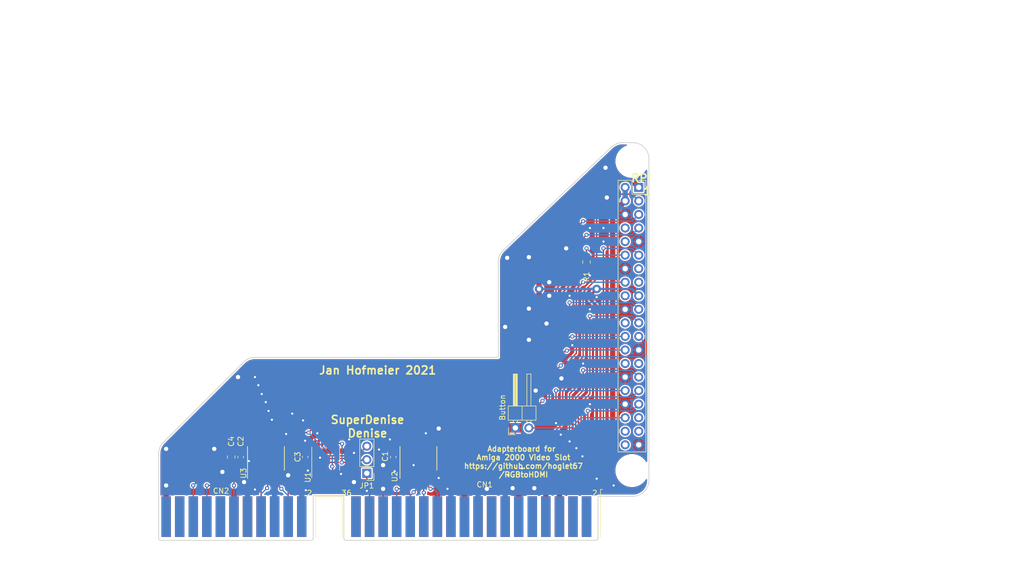
<source format=kicad_pcb>
(kicad_pcb (version 20171130) (host pcbnew 5.1.10-1.fc34)
  (layers (0 F.Cu signal) (31 B.Cu signal) (34 B.Paste user) (35 F.Paste user) (36 B.SilkS user) (37 F.SilkS user) (38 B.Mask user) (39 F.Mask user) (44 Edge.Cuts user))
  (net 0 "")
  (net 1 GND)
  (net 2 +3V3)
  (net 3 +5V)
  (net 4 /PiCLK)
  (net 5 /PiCSYNC)
  (net 6 /PiR3)
  (net 7 /PiR2)
  (net 8 /PiR1)
  (net 9 /PiR0)
  (net 10 /PiG3)
  (net 11 /PiG2)
  (net 12 /PiG1)
  (net 13 /PiG0)
  (net 14 /PiB3)
  (net 15 /PiB2)
  (net 16 /PiB1)
  (net 17 /PiB0)
  (net 18 "Net-(JRaspberryPiZero1-Pad12)")
  (net 19 "Net-(JButton1-Pad2)")
  (net 20 "Net-(JP1-Pad2)")
  (net 21 /CSYNC)
  (net 22 "Net-(JP1-Pad3)")
  (net 23 /R0)
  (net 24 /B0)
  (net 25 /CDAC)
  (net 26 /~C3)
  (net 27 /~C1)
  (net 28 /G0)
  (net 29 /G1)
  (net 30 /G2)
  (net 31 /G3)
  (net 32 /R1)
  (net 33 /B2)
  (net 34 /B1)
  (net 35 /B3)
  (net 36 /R3)
  (net 37 /R2)
  (net 38 "Net-(U1-Pad6)")
  (net 39 "Net-(U1-Pad10)")
  (net 40 "Net-(U1-Pad12)")
  (module amiga-conn:A2000_Video_Slot_Short (layer F.Cu) (at 177.8 133.727)
    (fp_text reference J1)
    (fp_text value A2000_Video_Slot_Phys)
    (fp_text user 2 (at -54.7 -8.475) (layer F.SilkS))
    (fp_text user CN2 (at -71.247 -8.886) (layer F.SilkS))
    (fp_text user 2 (at -1.25 -8.47) (layer F.SilkS))
    (fp_text user 36 (at -47.75 -8.475) (layer F.SilkS))
    (fp_text user CN1 (at -21.87 -10.06) (layer F.SilkS))
    (pad B22 connect rect (at -81.53 -4.06) (size 1.78 7.62) (layers F.Cu F.Mask) (net 1 GND))
    (pad B20 connect rect (at -78.99 -4.06) (size 1.78 7.62) (layers F.Cu F.Mask))
    (pad B18 connect rect (at -76.45 -4.06) (size 1.78 7.62) (layers F.Cu F.Mask))
    (pad B16 connect rect (at -73.91 -4.06) (size 1.78 7.62) (layers F.Cu F.Mask))
    (pad B14 connect rect (at -71.37 -4.06) (size 1.78 7.62) (layers F.Cu F.Mask))
    (pad B12 connect rect (at -68.83 -4.06) (size 1.78 7.62) (layers F.Cu F.Mask) (net 1 GND))
    (pad B10 connect rect (at -66.29 -4.06) (size 1.78 7.62) (layers F.Cu F.Mask) (net 34 /B1))
    (pad B8 connect rect (at -63.75 -4.06) (size 1.78 7.62) (layers F.Cu F.Mask) (net 30 /G2))
    (pad B6 connect rect (at -61.21 -4.06) (size 1.78 7.62) (layers F.Cu F.Mask) (net 28 /G0))
    (pad B4 connect rect (at -58.67 -4.06) (size 1.78 7.62) (layers F.Cu F.Mask) (net 37 /R2))
    (pad B2 connect rect (at -56.13 -4.06) (size 1.78 7.62) (layers F.Cu F.Mask) (net 23 /R0))
    (pad B21 connect rect (at -81.53 -4.06) (size 1.78 7.62) (layers B.Cu B.Mask))
    (pad B19 connect rect (at -78.99 -4.06) (size 1.78 7.62) (layers B.Cu B.Mask))
    (pad B17 connect rect (at -76.45 -4.06) (size 1.78 7.62) (layers B.Cu B.Mask) (net 26 /~C3))
    (pad B15 connect rect (at -73.91 -4.06) (size 1.78 7.62) (layers B.Cu B.Mask) (net 25 /CDAC))
    (pad B13 connect rect (at -71.37 -4.06) (size 1.78 7.62) (layers B.Cu B.Mask))
    (pad B11 connect rect (at -68.83 -4.06) (size 1.78 7.62) (layers B.Cu B.Mask) (net 33 /B2))
    (pad B9 connect rect (at -66.29 -4.06) (size 1.78 7.62) (layers B.Cu B.Mask) (net 1 GND))
    (pad B7 connect rect (at -63.75 -4.06) (size 1.78 7.62) (layers B.Cu B.Mask) (net 29 /G1))
    (pad B5 connect rect (at -61.21 -4.06) (size 1.78 7.62) (layers B.Cu B.Mask) (net 1 GND))
    (pad B3 connect rect (at -58.67 -4.06) (size 1.78 7.62) (layers B.Cu B.Mask) (net 32 /R1))
    (pad B1 connect rect (at -56.13 -4.06) (size 1.78 7.62) (layers B.Cu B.Mask) (net 1 GND))
    (pad A36 connect rect (at -45.97 -4.06) (size 1.78 7.62) (layers F.Cu F.Mask))
    (pad A34 connect rect (at -43.43 -4.06) (size 1.78 7.62) (layers F.Cu F.Mask) (net 27 /~C1))
    (pad A32 connect rect (at -40.89 -4.06) (size 1.78 7.62) (layers F.Cu F.Mask) (net 1 GND))
    (pad A30 connect rect (at -38.35 -4.06) (size 1.78 7.62) (layers F.Cu F.Mask))
    (pad A28 connect rect (at -35.81 -4.06) (size 1.78 7.62) (layers F.Cu F.Mask))
    (pad A26 connect rect (at -33.27 -4.06) (size 1.78 7.62) (layers F.Cu F.Mask))
    (pad A24 connect rect (at -30.73 -4.06) (size 1.78 7.62) (layers F.Cu F.Mask) (net 1 GND))
    (pad A22 connect rect (at -28.19 -4.06) (size 1.78 7.62) (layers F.Cu F.Mask))
    (pad A20 connect rect (at -25.65 -4.06) (size 1.78 7.62) (layers F.Cu F.Mask) (net 1 GND))
    (pad A18 connect rect (at -23.11 -4.06) (size 1.78 7.62) (layers F.Cu F.Mask))
    (pad A16 connect rect (at -20.57 -4.06) (size 1.78 7.62) (layers F.Cu F.Mask))
    (pad A14 connect rect (at -18.03 -4.06) (size 1.78 7.62) (layers F.Cu F.Mask) (net 21 /CSYNC))
    (pad A12 connect rect (at -15.49 -4.06) (size 1.78 7.62) (layers F.Cu F.Mask) (net 1 GND))
    (pad A10 connect rect (at -12.95 -4.06) (size 1.78 7.62) (layers F.Cu F.Mask))
    (pad A8 connect rect (at -10.41 -4.06) (size 1.78 7.62) (layers F.Cu F.Mask) (net 3 +5V))
    (pad A6 connect rect (at -7.87 -4.06) (size 1.78 7.62) (layers F.Cu F.Mask) (net 3 +5V))
    (pad A4 connect rect (at -5.33 -4.06) (size 1.78 7.62) (layers F.Cu F.Mask))
    (pad A2 connect rect (at -2.79 -4.06) (size 1.78 7.62) (layers F.Cu F.Mask))
    (pad A35 connect rect (at -45.97 -4.06) (size 1.78 7.62) (layers B.Cu B.Mask))
    (pad A33 connect rect (at -43.43 -4.06) (size 1.78 7.62) (layers B.Cu B.Mask))
    (pad A31 connect rect (at -40.89 -4.06) (size 1.78 7.62) (layers B.Cu B.Mask))
    (pad A29 connect rect (at -38.35 -4.06) (size 1.78 7.62) (layers B.Cu B.Mask) (net 36 /R3))
    (pad A27 connect rect (at -35.81 -4.06) (size 1.78 7.62) (layers B.Cu B.Mask) (net 31 /G3))
    (pad A25 connect rect (at -33.27 -4.06) (size 1.78 7.62) (layers B.Cu B.Mask) (net 35 /B3))
    (pad A23 connect rect (at -30.73 -4.06) (size 1.78 7.62) (layers B.Cu B.Mask) (net 24 /B0))
    (pad A21 connect rect (at -28.19 -4.06) (size 1.78 7.62) (layers B.Cu B.Mask) (net 1 GND))
    (pad A19 connect rect (at -25.65 -4.06) (size 1.78 7.62) (layers B.Cu B.Mask))
    (pad A17 connect rect (at -23.11 -4.06) (size 1.78 7.62) (layers B.Cu B.Mask) (net 1 GND))
    (pad A15 connect rect (at -20.57 -4.06) (size 1.78 7.62) (layers B.Cu B.Mask))
    (pad A13 connect rect (at -18.03 -4.06) (size 1.78 7.62) (layers B.Cu B.Mask) (net 1 GND))
    (pad A11 connect rect (at -15.49 -4.06) (size 1.78 7.62) (layers B.Cu B.Mask))
    (pad A9 connect rect (at -12.95 -4.06) (size 1.78 7.62) (layers B.Cu B.Mask))
    (pad A7 connect rect (at -10.41 -4.06) (size 1.78 7.62) (layers B.Cu B.Mask))
    (pad A5 connect rect (at -7.87 -4.06) (size 1.78 7.62) (layers B.Cu B.Mask))
    (pad A3 connect rect (at -5.33 -4.06) (size 1.78 7.62) (layers B.Cu B.Mask))
    (pad A1 connect rect (at -2.79 -4.06) (size 1.78 7.62) (layers B.Cu B.Mask))
  )
  (module Package_SO:TSSOP-14_4.4x5mm_P0.65mm (layer F.Cu) (at 126.156 118.8135 90)
    (fp_text reference U1 (at -3.4875 -3.347 90) (layer F.SilkS))
    (fp_text value 74LVC86)
    (pad 14 smd roundrect (at 2.8625 -1.95 90) (size 1.475 0.4) (layers F.Cu F.Paste F.Mask) (net 2 +3V3))
    (pad 13 smd roundrect (at 2.8625 -1.3 90) (size 1.475 0.4) (layers F.Cu F.Paste F.Mask) (net 2 +3V3))
    (pad 12 smd roundrect (at 2.8625 -0.65 90) (size 1.475 0.4) (layers F.Cu F.Paste F.Mask) (net 40 "Net-(U1-Pad12)"))
    (pad 11 smd roundrect (at 2.8625 0 90) (size 1.475 0.4) (layers F.Cu F.Paste F.Mask) (net 39 "Net-(U1-Pad10)"))
    (pad 10 smd roundrect (at 2.8625 0.65 90) (size 1.475 0.4) (layers F.Cu F.Paste F.Mask) (net 39 "Net-(U1-Pad10)"))
    (pad 9 smd roundrect (at 2.8625 1.3 90) (size 1.475 0.4) (layers F.Cu F.Paste F.Mask) (net 1 GND))
    (pad 8 smd roundrect (at 2.8625 1.95 90) (size 1.475 0.4) (layers F.Cu F.Paste F.Mask) (net 4 /PiCLK))
    (pad 7 smd roundrect (at -2.8625 1.95 90) (size 1.475 0.4) (layers F.Cu F.Paste F.Mask) (net 1 GND))
    (pad 6 smd roundrect (at -2.8625 1.3 90) (size 1.475 0.4) (layers F.Cu F.Paste F.Mask) (net 38 "Net-(U1-Pad6)"))
    (pad 5 smd roundrect (at -2.8625 0.65 90) (size 1.475 0.4) (layers F.Cu F.Paste F.Mask) (net 20 "Net-(JP1-Pad2)"))
    (pad 4 smd roundrect (at -2.8625 0 90) (size 1.475 0.4) (layers F.Cu F.Paste F.Mask) (net 4 /PiCLK))
    (pad 3 smd roundrect (at -2.8625 -0.65 90) (size 1.475 0.4) (layers F.Cu F.Paste F.Mask) (net 22 "Net-(JP1-Pad3)"))
    (pad 2 smd roundrect (at -2.8625 -1.3 90) (size 1.475 0.4) (layers F.Cu F.Paste F.Mask) (net 27 /~C1))
    (pad 1 smd roundrect (at -2.8625 -1.95 90) (size 1.475 0.4) (layers F.Cu F.Paste F.Mask) (net 26 /~C3))
  )
  (module Connector_PinHeader_2.54mm:PinHeader_1x03_P2.54mm_Vertical (layer F.Cu) (at 133.858 121.539 180)
    (fp_text reference JP1 (at 0 -2.33) (layer F.SilkS))
    (fp_text value Jumper_3_Bridged12)
    (pad 3 thru_hole oval (at 0 5.08 180) (size 1.7 1.7) (drill 1) (layers *.Cu *.Mask) (net 22 "Net-(JP1-Pad3)"))
    (pad 2 thru_hole oval (at 0 2.54 180) (size 1.7 1.7) (drill 1) (layers *.Cu *.Mask) (net 20 "Net-(JP1-Pad2)"))
    (pad 1 thru_hole rect (at 0 0 180) (size 1.7 1.7) (drill 1) (layers *.Cu *.Mask) (net 25 /CDAC))
  )
  (module Capacitor_SMD:C_0603_1608Metric_Pad1.05x0.95mm_HandSolder (layer F.Cu) (at 122.301 118.477 270)
    (fp_text reference C3 (at 0 1.397 270) (layer F.SilkS))
    (fp_text value 100nF)
    (pad 2 smd roundrect (at 0.875 0 270) (size 1.05 0.95) (layers F.Cu F.Paste F.Mask) (net 1 GND))
    (pad 1 smd roundrect (at -0.875 0 270) (size 1.05 0.95) (layers F.Cu F.Paste F.Mask) (net 2 +3V3))
  )
  (module lib:MountingHole_2.7mm_M2.5_uHAT_RPi (layer B.Cu) (at 183.515 63.0555 270)
    (fp_text reference H1 hide)
    (fp_text value MountingHole hide)
    (pad "" np_thru_hole circle (at 0 0 270) (size 2.7 2.7) (drill 2.7) (layers *.Cu *.Mask) (clearance 1.75))
  )
  (module Capacitor_SMD:C_0603_1608Metric_Pad1.05x0.95mm_HandSolder (layer F.Cu) (at 110.236 118.505 270)
    (fp_text reference C2 (at -2.935 0 270) (layer F.SilkS))
    (fp_text value 100nF)
    (pad 1 smd roundrect (at -0.875 0 270) (size 1.05 0.95) (layers F.Cu F.Paste F.Mask) (net 2 +3V3))
    (pad 2 smd roundrect (at 0.875 0 270) (size 1.05 0.95) (layers F.Cu F.Paste F.Mask) (net 1 GND))
  )
  (module Capacitor_SMD:C_0603_1608Metric_Pad1.05x0.95mm_HandSolder (layer F.Cu) (at 138.811 118.505 270)
    (fp_text reference C1 (at -0.127 1.524 270) (layer F.SilkS))
    (fp_text value 100nF)
    (pad 2 smd roundrect (at 0.875 0 270) (size 1.05 0.95) (layers F.Cu F.Paste F.Mask) (net 1 GND))
    (pad 1 smd roundrect (at -0.875 0 270) (size 1.05 0.95) (layers F.Cu F.Paste F.Mask) (net 2 +3V3))
  )
  (module Connector_PinSocket_2.54mm:PinSocket_2x20_P2.54mm_Vertical (layer F.Cu) (at 184.785 67.945)
    (fp_text reference JRaspberryPiZero1 hide)
    (fp_text value Conn_02x20_Odd_Even)
    (pad 40 thru_hole oval (at -2.54 48.26) (size 1.7 1.7) (drill 1) (layers *.Cu *.Mask))
    (pad 39 thru_hole oval (at 0 48.26) (size 1.7 1.7) (drill 1) (layers *.Cu *.Mask) (net 1 GND))
    (pad 38 thru_hole oval (at -2.54 45.72) (size 1.7 1.7) (drill 1) (layers *.Cu *.Mask))
    (pad 37 thru_hole oval (at 0 45.72) (size 1.7 1.7) (drill 1) (layers *.Cu *.Mask))
    (pad 36 thru_hole oval (at -2.54 43.18) (size 1.7 1.7) (drill 1) (layers *.Cu *.Mask) (net 19 "Net-(JButton1-Pad2)"))
    (pad 35 thru_hole oval (at 0 43.18) (size 1.7 1.7) (drill 1) (layers *.Cu *.Mask))
    (pad 34 thru_hole oval (at -2.54 40.64) (size 1.7 1.7) (drill 1) (layers *.Cu *.Mask) (net 1 GND))
    (pad 33 thru_hole oval (at 0 40.64) (size 1.7 1.7) (drill 1) (layers *.Cu *.Mask) (net 6 /PiR3))
    (pad 32 thru_hole oval (at -2.54 38.1) (size 1.7 1.7) (drill 1) (layers *.Cu *.Mask) (net 7 /PiR2))
    (pad 31 thru_hole oval (at 0 38.1) (size 1.7 1.7) (drill 1) (layers *.Cu *.Mask) (net 13 /PiG0))
    (pad 30 thru_hole oval (at -2.54 35.56) (size 1.7 1.7) (drill 1) (layers *.Cu *.Mask) (net 1 GND))
    (pad 29 thru_hole oval (at 0 35.56) (size 1.7 1.7) (drill 1) (layers *.Cu *.Mask) (net 14 /PiB3))
    (pad 28 thru_hole oval (at -2.54 33.02) (size 1.7 1.7) (drill 1) (layers *.Cu *.Mask))
    (pad 27 thru_hole oval (at 0 33.02) (size 1.7 1.7) (drill 1) (layers *.Cu *.Mask))
    (pad 26 thru_hole oval (at -2.54 30.48) (size 1.7 1.7) (drill 1) (layers *.Cu *.Mask) (net 12 /PiG1))
    (pad 25 thru_hole oval (at 0 30.48) (size 1.7 1.7) (drill 1) (layers *.Cu *.Mask) (net 1 GND))
    (pad 24 thru_hole oval (at -2.54 27.94) (size 1.7 1.7) (drill 1) (layers *.Cu *.Mask) (net 11 /PiG2))
    (pad 23 thru_hole oval (at 0 27.94) (size 1.7 1.7) (drill 1) (layers *.Cu *.Mask) (net 8 /PiR1))
    (pad 22 thru_hole oval (at -2.54 25.4) (size 1.7 1.7) (drill 1) (layers *.Cu *.Mask))
    (pad 21 thru_hole oval (at 0 25.4) (size 1.7 1.7) (drill 1) (layers *.Cu *.Mask) (net 10 /PiG3))
    (pad 20 thru_hole oval (at -2.54 22.86) (size 1.7 1.7) (drill 1) (layers *.Cu *.Mask) (net 1 GND))
    (pad 19 thru_hole oval (at 0 22.86) (size 1.7 1.7) (drill 1) (layers *.Cu *.Mask) (net 9 /PiR0))
    (pad 18 thru_hole oval (at -2.54 20.32) (size 1.7 1.7) (drill 1) (layers *.Cu *.Mask))
    (pad 17 thru_hole oval (at 0 20.32) (size 1.7 1.7) (drill 1) (layers *.Cu *.Mask) (net 2 +3V3))
    (pad 16 thru_hole oval (at -2.54 17.78) (size 1.7 1.7) (drill 1) (layers *.Cu *.Mask) (net 5 /PiCSYNC))
    (pad 15 thru_hole oval (at 0 17.78) (size 1.7 1.7) (drill 1) (layers *.Cu *.Mask))
    (pad 14 thru_hole oval (at -2.54 15.24) (size 1.7 1.7) (drill 1) (layers *.Cu *.Mask) (net 1 GND))
    (pad 13 thru_hole oval (at 0 15.24) (size 1.7 1.7) (drill 1) (layers *.Cu *.Mask))
    (pad 12 thru_hole oval (at -2.54 12.7) (size 1.7 1.7) (drill 1) (layers *.Cu *.Mask) (net 18 "Net-(JRaspberryPiZero1-Pad12)"))
    (pad 11 thru_hole oval (at 0 12.7) (size 1.7 1.7) (drill 1) (layers *.Cu *.Mask) (net 4 /PiCLK))
    (pad 10 thru_hole oval (at -2.54 10.16) (size 1.7 1.7) (drill 1) (layers *.Cu *.Mask))
    (pad 9 thru_hole oval (at 0 10.16) (size 1.7 1.7) (drill 1) (layers *.Cu *.Mask) (net 1 GND))
    (pad 8 thru_hole oval (at -2.54 7.62) (size 1.7 1.7) (drill 1) (layers *.Cu *.Mask))
    (pad 7 thru_hole oval (at 0 7.62) (size 1.7 1.7) (drill 1) (layers *.Cu *.Mask) (net 15 /PiB2))
    (pad 6 thru_hole oval (at -2.54 5.08) (size 1.7 1.7) (drill 1) (layers *.Cu *.Mask) (net 1 GND))
    (pad 5 thru_hole oval (at 0 5.08) (size 1.7 1.7) (drill 1) (layers *.Cu *.Mask) (net 16 /PiB1))
    (pad 4 thru_hole oval (at -2.54 2.54) (size 1.7 1.7) (drill 1) (layers *.Cu *.Mask) (net 3 +5V))
    (pad 3 thru_hole oval (at 0 2.54) (size 1.7 1.7) (drill 1) (layers *.Cu *.Mask) (net 17 /PiB0))
    (pad 2 thru_hole oval (at -2.54 0) (size 1.7 1.7) (drill 1) (layers *.Cu *.Mask) (net 3 +5V))
    (pad 1 thru_hole rect (at 0 0) (size 1.7 1.7) (drill 1) (layers *.Cu *.Mask) (net 2 +3V3))
  )
  (module lib:MountingHole_2.7mm_M2.5_uHAT_RPi (layer B.Cu) (at 183.515 121.031 270)
    (fp_text reference H2 hide)
    (fp_text value MountingHole hide)
    (pad "" np_thru_hole circle (at 0 0 270) (size 2.7 2.7) (drill 2.7) (layers *.Cu *.Mask) (clearance 1.75))
  )
  (module Resistor_SMD:R_0805_2012Metric_Pad1.15x1.40mm_HandSolder (layer F.Cu) (at 175.006 81.915 270)
    (fp_text reference R1 (at 2.785 0 270) (layer F.SilkS))
    (fp_text value 3k3)
    (pad 1 smd roundrect (at -1.025 0 270) (size 1.15 1.4) (layers F.Cu F.Paste F.Mask) (roundrect_rratio 0.2173904347826087) (net 18 "Net-(JRaspberryPiZero1-Pad12)"))
    (pad 2 smd roundrect (at 1.025 0 270) (size 1.15 1.4) (layers F.Cu F.Paste F.Mask) (roundrect_rratio 0.2173904347826087) (net 1 GND))
  )
  (module Connector_PinHeader_2.54mm:PinHeader_1x02_P2.54mm_Horizontal (layer F.Cu) (at 161.671 113.03 90)
    (fp_text reference JButton1 hide)
    (fp_text value Conn_01x02)
    (pad 2 thru_hole oval (at 0 2.54 90) (size 1.7 1.7) (drill 1) (layers *.Cu *.Mask) (net 19 "Net-(JButton1-Pad2)"))
    (pad 1 thru_hole rect (at 0 0 90) (size 1.7 1.7) (drill 1) (layers *.Cu *.Mask) (net 1 GND))
  )
  (module Capacitor_SMD:C_0805_2012Metric_Pad1.15x1.40mm_HandSolder (layer F.Cu) (at 108.458 118.491 270)
    (fp_text reference C4 (at -2.921 0 270) (layer F.SilkS))
    (fp_text value 1uF)
    (pad 1 smd roundrect (at -1.025 0 270) (size 1.15 1.4) (layers F.Cu F.Paste F.Mask) (roundrect_rratio 0.2173904347826087) (net 2 +3V3))
    (pad 2 smd roundrect (at 1.025 0 270) (size 1.15 1.4) (layers F.Cu F.Paste F.Mask) (roundrect_rratio 0.2173904347826087) (net 1 GND))
  )
  (module Package_SO:TSSOP-20_4.4x6.5mm_P0.65mm (layer F.Cu) (at 143.521 118.745 90)
    (fp_text reference U2 (at -3.429 -4.445 90) (layer F.SilkS))
    (fp_text value 74LVC574)
    (pad 20 smd rect (at 2.95 -2.925 90) (size 1.45 0.45) (layers F.Cu F.Paste F.Mask) (net 2 +3V3))
    (pad 19 smd rect (at 2.95 -2.275 90) (size 1.45 0.45) (layers F.Cu F.Paste F.Mask) (net 40 "Net-(U1-Pad12)"))
    (pad 18 smd rect (at 2.95 -1.625 90) (size 1.45 0.45) (layers F.Cu F.Paste F.Mask))
    (pad 17 smd rect (at 2.95 -0.975 90) (size 1.45 0.45) (layers F.Cu F.Paste F.Mask))
    (pad 16 smd rect (at 2.95 -0.325 90) (size 1.45 0.45) (layers F.Cu F.Paste F.Mask) (net 6 /PiR3))
    (pad 15 smd rect (at 2.95 0.325 90) (size 1.45 0.45) (layers F.Cu F.Paste F.Mask) (net 10 /PiG3))
    (pad 14 smd rect (at 2.95 0.975 90) (size 1.45 0.45) (layers F.Cu F.Paste F.Mask) (net 14 /PiB3))
    (pad 13 smd rect (at 2.95 1.625 90) (size 1.45 0.45) (layers F.Cu F.Paste F.Mask) (net 17 /PiB0))
    (pad 12 smd rect (at 2.95 2.275 90) (size 1.45 0.45) (layers F.Cu F.Paste F.Mask) (net 5 /PiCSYNC))
    (pad 11 smd rect (at 2.95 2.925 90) (size 1.45 0.45) (layers F.Cu F.Paste F.Mask) (net 38 "Net-(U1-Pad6)"))
    (pad 10 smd rect (at -2.95 2.925 90) (size 1.45 0.45) (layers F.Cu F.Paste F.Mask) (net 1 GND))
    (pad 9 smd rect (at -2.95 2.275 90) (size 1.45 0.45) (layers F.Cu F.Paste F.Mask) (net 21 /CSYNC))
    (pad 8 smd rect (at -2.95 1.625 90) (size 1.45 0.45) (layers F.Cu F.Paste F.Mask) (net 24 /B0))
    (pad 7 smd rect (at -2.95 0.975 90) (size 1.45 0.45) (layers F.Cu F.Paste F.Mask) (net 35 /B3))
    (pad 6 smd rect (at -2.95 0.325 90) (size 1.45 0.45) (layers F.Cu F.Paste F.Mask) (net 31 /G3))
    (pad 5 smd rect (at -2.95 -0.325 90) (size 1.45 0.45) (layers F.Cu F.Paste F.Mask) (net 36 /R3))
    (pad 4 smd rect (at -2.95 -0.975 90) (size 1.45 0.45) (layers F.Cu F.Paste F.Mask) (net 1 GND))
    (pad 3 smd rect (at -2.95 -1.625 90) (size 1.45 0.45) (layers F.Cu F.Paste F.Mask) (net 1 GND))
    (pad 2 smd rect (at -2.95 -2.275 90) (size 1.45 0.45) (layers F.Cu F.Paste F.Mask) (net 4 /PiCLK))
    (pad 1 smd rect (at -2.95 -2.925 90) (size 1.45 0.45) (layers F.Cu F.Paste F.Mask) (net 1 GND))
  )
  (module Package_SO:TSSOP-20_4.4x6.5mm_P0.65mm (layer F.Cu) (at 114.961 118.745 90)
    (fp_text reference U3 (at -2.794 -4.191 90) (layer F.SilkS))
    (fp_text value 74LVC574)
    (pad 20 smd rect (at 2.95 -2.925 90) (size 1.45 0.45) (layers F.Cu F.Paste F.Mask) (net 2 +3V3))
    (pad 19 smd rect (at 2.95 -2.275 90) (size 1.45 0.45) (layers F.Cu F.Paste F.Mask) (net 16 /PiB1))
    (pad 18 smd rect (at 2.95 -1.625 90) (size 1.45 0.45) (layers F.Cu F.Paste F.Mask) (net 15 /PiB2))
    (pad 17 smd rect (at 2.95 -0.975 90) (size 1.45 0.45) (layers F.Cu F.Paste F.Mask) (net 9 /PiR0))
    (pad 16 smd rect (at 2.95 -0.325 90) (size 1.45 0.45) (layers F.Cu F.Paste F.Mask) (net 11 /PiG2))
    (pad 15 smd rect (at 2.95 0.325 90) (size 1.45 0.45) (layers F.Cu F.Paste F.Mask) (net 12 /PiG1))
    (pad 14 smd rect (at 2.95 0.975 90) (size 1.45 0.45) (layers F.Cu F.Paste F.Mask) (net 13 /PiG0))
    (pad 13 smd rect (at 2.95 1.625 90) (size 1.45 0.45) (layers F.Cu F.Paste F.Mask) (net 8 /PiR1))
    (pad 12 smd rect (at 2.95 2.275 90) (size 1.45 0.45) (layers F.Cu F.Paste F.Mask) (net 7 /PiR2))
    (pad 11 smd rect (at 2.95 2.925 90) (size 1.45 0.45) (layers F.Cu F.Paste F.Mask) (net 38 "Net-(U1-Pad6)"))
    (pad 10 smd rect (at -2.95 2.925 90) (size 1.45 0.45) (layers F.Cu F.Paste F.Mask) (net 1 GND))
    (pad 9 smd rect (at -2.95 2.275 90) (size 1.45 0.45) (layers F.Cu F.Paste F.Mask) (net 37 /R2))
    (pad 8 smd rect (at -2.95 1.625 90) (size 1.45 0.45) (layers F.Cu F.Paste F.Mask) (net 32 /R1))
    (pad 7 smd rect (at -2.95 0.975 90) (size 1.45 0.45) (layers F.Cu F.Paste F.Mask) (net 28 /G0))
    (pad 6 smd rect (at -2.95 0.325 90) (size 1.45 0.45) (layers F.Cu F.Paste F.Mask) (net 29 /G1))
    (pad 5 smd rect (at -2.95 -0.325 90) (size 1.45 0.45) (layers F.Cu F.Paste F.Mask) (net 30 /G2))
    (pad 4 smd rect (at -2.95 -0.975 90) (size 1.45 0.45) (layers F.Cu F.Paste F.Mask) (net 23 /R0))
    (pad 3 smd rect (at -2.95 -1.625 90) (size 1.45 0.45) (layers F.Cu F.Paste F.Mask) (net 33 /B2))
    (pad 2 smd rect (at -2.95 -2.275 90) (size 1.45 0.45) (layers F.Cu F.Paste F.Mask) (net 34 /B1))
    (pad 1 smd rect (at -2.95 -2.925 90) (size 1.45 0.45) (layers F.Cu F.Paste F.Mask) (net 1 GND))
  )
  (gr_text "Jan Hofmeier 2021" (at 135.89 102.235) (layer F.SilkS) (effects (font (size 1.5 1.5) (thickness 0.3))))
  (gr_text Button (at 159.258 109.22 90) (layer F.SilkS) (effects (font (size 1 1))))
  (gr_arc (start 123.444 133.731) (end 123.444 134.112) (angle -90) (layer Edge.Cuts) (width 0.15))
  (gr_arc (start 95.25 133.731) (end 94.869 133.731) (angle -90) (layer Edge.Cuts) (width 0.15))
  (gr_arc (start 129.921 133.731) (end 129.54 133.731) (angle -90) (layer Edge.Cuts) (width 0.15))
  (gr_arc (start 176.784 133.731) (end 176.784 134.112) (angle -90) (layer Edge.Cuts) (width 0.15))
  (gr_arc (start 181.737 62.563) (end 181.737 59.563) (angle -45.64404721) (layer Edge.Cuts) (width 0.15))
  (gr_arc (start 112.903 102.822) (end 112.903 99.822) (angle -48.9683695) (layer Edge.Cuts) (width 0.15))
  (gr_arc (start 97.869 117.856) (end 94.869 117.856) (angle 48.9683695) (layer Edge.Cuts) (width 0.15))
  (gr_arc (start 161.483485 81.894407) (end 158.483485 81.894407) (angle 48.9683695) (layer Edge.Cuts) (width 0.15))
  (gr_arc (start 183.69 122.857) (end 186.69 122.857) (angle 90) (layer Edge.Cuts) (width 0.15))
  (gr_arc (start 183.69 62.563) (end 183.69 59.563) (angle 90) (layer Edge.Cuts) (width 0.15))
  (gr_line (start 110.639958 100.852573) (end 95.899573 115.592958) (layer Edge.Cuts) (width 0.15))
  (gr_line (start 179.591969 60.465658) (end 159.514058 79.631365) (layer Edge.Cuts) (width 0.15))
  (gr_line (start 94.869 133.731) (end 94.869 117.856) (layer Edge.Cuts) (width 0.15))
  (gr_line (start 158.496 99.822) (end 158.483485 81.894407) (layer Edge.Cuts) (width 0.15))
  (gr_line (start 95.25 134.112) (end 123.444 134.112) (layer Edge.Cuts) (width 0.15))
  (gr_line (start 177.165 133.731) (end 177.165 125.857) (layer Edge.Cuts) (width 0.15))
  (gr_line (start 129.921 134.112) (end 176.784 134.112) (layer Edge.Cuts) (width 0.15))
  (gr_line (start 181.737 59.563) (end 183.69 59.563) (layer Edge.Cuts) (width 0.15))
  (gr_line (start 186.69 122.857) (end 186.69 62.563) (layer Edge.Cuts) (width 0.15))
  (gr_line (start 177.165 125.857) (end 183.69 125.857) (layer Edge.Cuts) (width 0.15))
  (gr_line (start 158.496 99.822) (end 112.903 99.822) (layer Edge.Cuts) (width 0.15))
  (gr_text "Adapterboard for \nAmiga 2000 Video Slot\nhttps://github.com/hoglet67\n/RGBtoHDMI" (at 163.195 119.38) (layer F.SilkS) (effects (font (size 1 1) (thickness 0.2))))
  (gr_text "RPi\n1" (at 187.325 67.437) (layer F.SilkS) (effects (font (size 1.5 1.5) (thickness 0.3)) (justify right)))
  (gr_line (start 123.825 133.731) (end 123.825 125.73) (layer Edge.Cuts) (width 0.15))
  (gr_line (start 123.825 125.73) (end 129.54 125.73) (layer Edge.Cuts) (width 0.15))
  (gr_line (start 129.54 125.73) (end 129.54 133.731) (layer Edge.Cuts) (width 0.15))
  (gr_text SuperDenise (at 133.985 111.506) (layer F.SilkS) (effects (font (size 1.5 1.5) (thickness 0.3))))
  (gr_text Denise (at 133.985 114.046) (layer F.SilkS) (effects (font (size 1.5 1.5) (thickness 0.3))))
  (via (at 147.32 113.157) (size 1.6) (drill 0.8) (layers F.Cu B.Cu) (net 1))
  (via (at 178.816 69.85) (size 1.6) (drill 0.8) (layers F.Cu B.Cu) (net 1))
  (segment (start 162.31 129.667) (end 162.31 125.099) (width 1) (layer F.Cu) (net 1))
  (segment (start 136.91 125.688) (end 136.91 129.667) (width 0.25) (layer F.Cu) (net 1))
  (via (at 142.621 120.015) (size 0.8) (drill 0.4) (layers F.Cu B.Cu) (net 1))
  (via (at 148.971 124.46) (size 0.8) (drill 0.4) (layers F.Cu B.Cu) (net 1))
  (via (at 147.32 122.428) (size 0.8) (drill 0.4) (layers F.Cu B.Cu) (net 1))
  (via (at 171.831 115.57) (size 0.8) (drill 0.4) (layers F.Cu B.Cu) (net 1))
  (via (at 173.101 116.84) (size 0.8) (drill 0.4) (layers F.Cu B.Cu) (net 1))
  (via (at 176.911 122.555) (size 0.8) (drill 0.4) (layers F.Cu B.Cu) (net 1))
  (via (at 180.086 123.825) (size 0.8) (drill 0.4) (layers F.Cu B.Cu) (net 1))
  (via (at 160.401 121.92) (size 0.8) (drill 0.4) (layers F.Cu B.Cu) (net 1))
  (via (at 162.941 120.65) (size 0.8) (drill 0.4) (layers F.Cu B.Cu) (net 1))
  (via (at 178.181 75.565) (size 0.8) (drill 0.4) (layers F.Cu B.Cu) (net 1))
  (via (at 175.641 75.565) (size 0.8) (drill 0.4) (layers F.Cu B.Cu) (net 1))
  (via (at 178.181 78.105) (size 0.8) (drill 0.4) (layers F.Cu B.Cu) (net 1))
  (via (at 171.831 88.265) (size 0.8) (drill 0.4) (layers F.Cu B.Cu) (net 1))
  (via (at 175.641 90.805) (size 0.8) (drill 0.4) (layers F.Cu B.Cu) (net 1))
  (via (at 178.562 64.262) (size 1.6) (drill 0.8) (layers F.Cu B.Cu) (net 1))
  (via (at 171.196 79.375) (size 1.6) (drill 0.8) (layers F.Cu B.Cu) (net 1))
  (via (at 167.513 93.472) (size 1.6) (drill 0.8) (layers F.Cu B.Cu) (net 1))
  (via (at 169.291 112.141) (size 0.8) (drill 0.4) (layers F.Cu B.Cu) (net 1))
  (via (at 174.371 100.965) (size 0.8) (drill 0.4) (layers F.Cu B.Cu) (net 1))
  (via (at 172.339 97.536) (size 0.8) (drill 0.4) (layers F.Cu B.Cu) (net 1))
  (via (at 175.641 108.585) (size 0.8) (drill 0.4) (layers F.Cu B.Cu) (net 1))
  (via (at 168.021 88.265) (size 1.6) (drill 0.8) (layers F.Cu B.Cu) (net 1))
  (via (at 168.021 85.725) (size 1.6) (drill 0.8) (layers F.Cu B.Cu) (net 1))
  (via (at 176.911 88.519) (size 0.8) (drill 0.4) (layers F.Cu B.Cu) (net 1))
  (via (at 175.641 84.455) (size 0.8) (drill 0.4) (layers F.Cu B.Cu) (net 1))
  (segment (start 152.15 129.667) (end 152.15 124.464) (width 1) (layer F.Cu) (net 1))
  (segment (start 147.07 129.667) (end 147.07 125.095) (width 1) (layer F.Cu) (net 1))
  (segment (start 96.27 129.667) (end 96.266 123.825) (width 1) (layer F.Cu) (net 1))
  (segment (start 108.97 129.667) (end 108.97 125.099) (width 1) (layer F.Cu) (net 1))
  (segment (start 116.59 129.667) (end 116.59 124.464) (width 1) (layer B.Cu) (net 1))
  (segment (start 111.51 129.667) (end 111.51 124.464) (width 1) (layer B.Cu) (net 1))
  (segment (start 149.61 125.099) (end 148.971 124.46) (width 0.25) (layer B.Cu) (net 1))
  (segment (start 149.61 129.667) (end 149.61 125.099) (width 1) (layer B.Cu) (net 1))
  (segment (start 154.69 129.667) (end 154.69 124.464) (width 1) (layer B.Cu) (net 1))
  (segment (start 159.77 125.607) (end 159.77 129.667) (width 0.25) (layer B.Cu) (net 1))
  (segment (start 159.77 129.667) (end 159.77 124.464) (width 1) (layer B.Cu) (net 1))
  (segment (start 96.266 123.825) (end 96.27 123.829) (width 1) (layer F.Cu) (net 1))
  (via (at 96.266 123.825) (size 1.6) (drill 0.8) (layers F.Cu B.Cu) (net 1))
  (segment (start 121.67 124.464) (end 119.761 122.555) (width 1) (layer B.Cu) (net 1))
  (segment (start 121.67 129.667) (end 121.67 124.464) (width 1) (layer B.Cu) (net 1))
  (segment (start 119.761 122.555) (end 119.761 122.555) (width 1) (layer B.Cu) (net 1))
  (via (at 119.126 121.92) (size 1.6) (drill 0.8) (layers F.Cu B.Cu) (net 1))
  (via (at 110.871 123.19) (size 1.6) (drill 0.8) (layers F.Cu B.Cu) (net 1))
  (via (at 125.095 118.618) (size 0.8) (drill 0.4) (layers F.Cu B.Cu) (net 1))
  (via (at 122.301 115.443) (size 0.8) (drill 0.4) (layers F.Cu B.Cu) (net 1))
  (via (at 122.809 121.031) (size 0.8) (drill 0.4) (layers F.Cu B.Cu) (net 1))
  (via (at 129.032 121.666) (size 0.8) (drill 0.4) (layers F.Cu B.Cu) (net 1))
  (via (at 131.445 117.729) (size 0.8) (drill 0.4) (layers F.Cu B.Cu) (net 1))
  (via (at 130.556 115.189) (size 0.8) (drill 0.4) (layers F.Cu B.Cu) (net 1))
  (via (at 111.76 119.253) (size 0.8) (drill 0.4) (layers F.Cu B.Cu) (net 1))
  (via (at 106.807 121.285) (size 1.6) (drill 0.8) (layers F.Cu B.Cu) (net 1))
  (via (at 159.766 94.107) (size 1.6) (drill 0.8) (layers F.Cu B.Cu) (net 1))
  (via (at 165.227 124.333) (size 1.6) (drill 0.8) (layers F.Cu B.Cu) (net 1))
  (via (at 161.163 124.333) (size 1.6) (drill 0.8) (layers F.Cu B.Cu) (net 1))
  (via (at 160.147 81.153) (size 1.6) (drill 0.8) (layers F.Cu B.Cu) (net 1))
  (via (at 164.211 90.678) (size 1.6) (drill 0.8) (layers F.Cu B.Cu) (net 1))
  (via (at 164.211 81.026) (size 1.6) (drill 0.8) (layers F.Cu B.Cu) (net 1))
  (via (at 164.211 96.52) (size 1.6) (drill 0.8) (layers F.Cu B.Cu) (net 1))
  (via (at 170.307 103.759) (size 1.6) (drill 0.8) (layers F.Cu B.Cu) (net 1))
  (via (at 165.481 106.045) (size 1.6) (drill 0.8) (layers F.Cu B.Cu) (net 1))
  (via (at 118.745 114.173) (size 0.8) (drill 0.4) (layers F.Cu B.Cu) (net 1))
  (via (at 112.903 103.505) (size 0.8) (drill 0.4) (layers F.Cu B.Cu) (net 1))
  (via (at 113.538 105.029) (size 0.8) (drill 0.4) (layers F.Cu B.Cu) (net 1))
  (via (at 114.173 106.68) (size 0.8) (drill 0.4) (layers F.Cu B.Cu) (net 1))
  (via (at 114.935 108.204) (size 0.8) (drill 0.4) (layers F.Cu B.Cu) (net 1))
  (via (at 115.443 109.855) (size 0.8) (drill 0.4) (layers F.Cu B.Cu) (net 1))
  (via (at 116.078 111.506) (size 0.8) (drill 0.4) (layers F.Cu B.Cu) (net 1))
  (via (at 121.92 111.633) (size 0.8) (drill 0.4) (layers F.Cu B.Cu) (net 1))
  (via (at 119.888 110.363) (size 0.8) (drill 0.4) (layers F.Cu B.Cu) (net 1))
  (via (at 144.907 114.046) (size 0.8) (drill 0.4) (layers F.Cu B.Cu) (net 1))
  (via (at 139.065 121.158) (size 0.8) (drill 0.4) (layers F.Cu B.Cu) (net 1))
  (via (at 124.587 114.046) (size 0.8) (drill 0.4) (layers F.Cu B.Cu) (net 1))
  (via (at 138.176 115.189) (size 0.8) (drill 0.4) (layers F.Cu B.Cu) (net 1))
  (via (at 136.144 117.094) (size 0.8) (drill 0.4) (layers F.Cu B.Cu) (net 1))
  (via (at 96.266 116.967) (size 1.6) (drill 0.8) (layers F.Cu B.Cu) (net 1))
  (via (at 109.728 103.505) (size 1.6) (drill 0.8) (layers F.Cu B.Cu) (net 1))
  (via (at 131.445 123.19) (size 1.6) (drill 0.8) (layers F.Cu B.Cu) (net 1))
  (via (at 122.428 124.714) (size 0.8) (drill 0.4) (layers F.Cu B.Cu) (net 1))
  (via (at 133.858 124.841) (size 0.8) (drill 0.4) (layers F.Cu B.Cu) (net 1))
  (via (at 112.903 124.587) (size 0.8) (drill 0.4) (layers F.Cu B.Cu) (net 1))
  (via (at 136.906 124.46) (size 1.6) (drill 0.8) (layers F.Cu B.Cu) (net 1))
  (via (at 136.906 120.015) (size 1.6) (drill 0.8) (layers F.Cu B.Cu) (net 1))
  (via (at 105.283 116.967) (size 1.6) (drill 0.8) (layers F.Cu B.Cu) (net 1))
  (via (at 170.179996 114.3) (size 0.8) (drill 0.4) (layers F.Cu B.Cu) (net 1))
  (via (at 174.244 118.364) (size 0.8) (drill 0.4) (layers F.Cu B.Cu) (net 1))
  (via (at 156.337 124.46) (size 1.6) (drill 0.8) (layers F.Cu B.Cu) (net 1))
  (segment (start 184.785 88.265) (end 183.515 86.995) (width 0.5) (layer B.Cu) (net 2))
  (segment (start 183.515 86.995) (end 176.911 86.995) (width 0.4) (layer B.Cu) (net 2))
  (via (at 176.911 86.995) (size 1.6) (drill 0.8) (layers F.Cu B.Cu) (net 2))
  (segment (start 144.907 119.761) (end 142.776 117.63) (width 1) (layer F.Cu) (net 2))
  (segment (start 142.776 117.63) (end 140.434 117.63) (width 1) (layer F.Cu) (net 2))
  (segment (start 124.206 117.475) (end 124.051 117.63) (width 0.25) (layer F.Cu) (net 2))
  (segment (start 123.952 117.63) (end 112.797 117.63) (width 1) (layer F.Cu) (net 2))
  (segment (start 112.042 117.63) (end 112.896 117.63) (width 1) (layer F.Cu) (net 2))
  (segment (start 124.206 115.951) (end 124.206 117.475) (width 0.5) (layer F.Cu) (net 2))
  (segment (start 124.206 115.951) (end 124.856 115.951) (width 0.25) (layer F.Cu) (net 2))
  (segment (start 109.936 117.33) (end 110.236 117.63) (width 0.25) (layer F.Cu) (net 2))
  (segment (start 112.036 117.624) (end 112.042 117.63) (width 0.25) (layer F.Cu) (net 2))
  (segment (start 110.236 117.63) (end 112.042 117.63) (width 1) (layer F.Cu) (net 2))
  (segment (start 108.622 117.63) (end 108.458 117.466) (width 1) (layer F.Cu) (net 2))
  (segment (start 110.236 117.63) (end 108.622 117.63) (width 1) (layer F.Cu) (net 2))
  (segment (start 176.911 86.995) (end 166.116 86.995) (width 0.5) (layer B.Cu) (net 2))
  (segment (start 112.036 117.624) (end 112.010999 117.598999) (width 0.5) (layer F.Cu) (net 2))
  (segment (start 136.116 114.935) (end 132.715 114.935) (width 0.5) (layer F.Cu) (net 2))
  (segment (start 140.596 115.795) (end 140.596 117.468) (width 0.4) (layer F.Cu) (net 2))
  (segment (start 140.596 117.468) (end 140.434 117.63) (width 0.25) (layer F.Cu) (net 2))
  (segment (start 140.434 117.63) (end 138.811 117.63) (width 1) (layer F.Cu) (net 2))
  (segment (start 166.116 86.995) (end 166.116 86.995) (width 1) (layer F.Cu) (net 2))
  (via (at 166.116 86.995) (size 1.6) (drill 0.8) (layers F.Cu B.Cu) (net 2))
  (segment (start 111.76 117.348) (end 111.76 102.749002) (width 1) (layer F.Cu) (net 2))
  (segment (start 166.116 91.694) (end 166.116 86.995) (width 1) (layer F.Cu) (net 2))
  (segment (start 159.258 101.473) (end 161.798 98.933) (width 1) (layer F.Cu) (net 2))
  (segment (start 113.03 101.473) (end 159.258 101.473) (width 1) (layer F.Cu) (net 2))
  (segment (start 161.798 98.933) (end 161.798 96.012) (width 1) (layer F.Cu) (net 2))
  (segment (start 111.802999 102.700001) (end 113.03 101.473) (width 1) (layer F.Cu) (net 2))
  (segment (start 161.798 96.012) (end 166.116 91.694) (width 1) (layer F.Cu) (net 2))
  (segment (start 142.776 117.63) (end 141.958 117.63) (width 1) (layer F.Cu) (net 2))
  (segment (start 124.29249 117.38851) (end 124.206 117.475) (width 1) (layer F.Cu) (net 2))
  (segment (start 129.97949 117.38851) (end 124.29249 117.38851) (width 1) (layer F.Cu) (net 2))
  (segment (start 148.209 120.65) (end 147.574 120.015) (width 0.5) (layer F.Cu) (net 2))
  (segment (start 161.036 120.65) (end 148.209 120.65) (width 0.5) (layer F.Cu) (net 2))
  (segment (start 145.161 120.015) (end 144.907 119.761) (width 0.5) (layer F.Cu) (net 2))
  (segment (start 162.306 121.92) (end 161.036 120.65) (width 0.5) (layer F.Cu) (net 2))
  (segment (start 163.576 121.92) (end 162.306 121.92) (width 0.5) (layer F.Cu) (net 2))
  (segment (start 164.846 120.65) (end 163.576 121.92) (width 0.5) (layer F.Cu) (net 2))
  (segment (start 175.006 120.65) (end 164.846 120.65) (width 0.5) (layer F.Cu) (net 2))
  (segment (start 176.911 118.745) (end 175.006 120.65) (width 0.5) (layer F.Cu) (net 2))
  (segment (start 176.911 90.17) (end 176.911 118.745) (width 0.5) (layer F.Cu) (net 2))
  (segment (start 175.641 88.9) (end 176.911 90.17) (width 0.5) (layer F.Cu) (net 2))
  (segment (start 175.641 88.265) (end 175.641 88.9) (width 0.5) (layer F.Cu) (net 2))
  (segment (start 147.574 120.015) (end 145.161 120.015) (width 0.5) (layer F.Cu) (net 2))
  (segment (start 176.911 86.995) (end 175.641 88.265) (width 0.5) (layer F.Cu) (net 2))
  (segment (start 166.116 80.137) (end 166.116 86.995) (width 1) (layer F.Cu) (net 2))
  (segment (start 179.832 66.421) (end 166.116 80.137) (width 1) (layer F.Cu) (net 2))
  (segment (start 181.864 66.421) (end 179.832 66.421) (width 1) (layer F.Cu) (net 2))
  (segment (start 185.039 68.199) (end 183.515 66.675) (width 1) (layer F.Cu) (net 2))
  (segment (start 181.774498 66.421) (end 180.721 66.421) (width 0.7) (layer F.Cu) (net 2))
  (segment (start 181.858999 66.505501) (end 181.774498 66.421) (width 0.7) (layer F.Cu) (net 2))
  (segment (start 183.345501 66.505501) (end 181.858999 66.505501) (width 0.7) (layer F.Cu) (net 2))
  (segment (start 183.515 66.675) (end 183.345501 66.505501) (width 0.7) (layer F.Cu) (net 2))
  (segment (start 135.128 115.189) (end 135.89 115.189) (width 1) (layer F.Cu) (net 2))
  (segment (start 136.37 115.189) (end 135.128 115.189) (width 1) (layer F.Cu) (net 2))
  (segment (start 138.811 117.63) (end 136.37 115.189) (width 1) (layer F.Cu) (net 2))
  (segment (start 130.26149 117.38851) (end 129.32651 117.38851) (width 1) (layer F.Cu) (net 2))
  (segment (start 132.489 115.161) (end 130.26149 117.38851) (width 0.9) (layer F.Cu) (net 2))
  (segment (start 182.245 67.956) (end 182.245 67.862) (width 0.25) (layer F.Cu) (net 3))
  (segment (start 169.93 124.456) (end 169.93 129.667) (width 1) (layer F.Cu) (net 3))
  (segment (start 169.93 124.456) (end 169.93 123.829) (width 1) (layer F.Cu) (net 3))
  (segment (start 182.245 67.945) (end 182.245 70.485) (width 1) (layer B.Cu) (net 3))
  (segment (start 168.529 123.825) (end 167.39 124.964) (width 1) (layer F.Cu) (net 3))
  (segment (start 179.914999 121.456001) (end 177.546 123.825) (width 1) (layer F.Cu) (net 3))
  (segment (start 167.39 124.964) (end 167.39 129.667) (width 1) (layer F.Cu) (net 3))
  (segment (start 179.914999 72.815001) (end 179.914999 121.456001) (width 1) (layer F.Cu) (net 3))
  (segment (start 177.546 123.825) (end 168.529 123.825) (width 1) (layer F.Cu) (net 3))
  (segment (start 182.245 70.485) (end 179.914999 72.815001) (width 1) (layer F.Cu) (net 3))
  (segment (start 178.181 79.375) (end 178.181 79.375) (width 0.25) (layer F.Cu) (net 4))
  (via (at 178.181 79.375) (size 0.8) (drill 0.4) (layers F.Cu B.Cu) (net 4))
  (segment (start 183.515 79.375) (end 178.181 79.375) (width 0.25) (layer B.Cu) (net 4))
  (segment (start 184.785 80.645) (end 183.515 79.375) (width 0.25) (layer B.Cu) (net 4))
  (segment (start 141.246 118.52999) (end 140.50099 118.52999) (width 0.25) (layer F.Cu) (net 4))
  (segment (start 141.246 121.695) (end 141.246 118.52999) (width 0.25) (layer F.Cu) (net 4))
  (via (at 129.222495 116.014499) (size 0.8) (drill 0.4) (layers F.Cu B.Cu) (net 4))
  (segment (start 128.106 115.951) (end 129.158996 115.951) (width 0.25) (layer F.Cu) (net 4))
  (segment (start 129.158996 115.951) (end 129.222495 116.014499) (width 0.25) (layer F.Cu) (net 4))
  (via (at 129.161884 119.5041) (size 0.8) (drill 0.4) (layers F.Cu B.Cu) (net 4))
  (segment (start 126.156 121.676) (end 126.156 120.166996) (width 0.25) (layer F.Cu) (net 4))
  (segment (start 126.156 120.166996) (end 126.818896 119.5041) (width 0.25) (layer F.Cu) (net 4))
  (segment (start 126.818896 119.5041) (end 129.161884 119.5041) (width 0.25) (layer F.Cu) (net 4))
  (segment (start 129.222495 116.014499) (end 129.222495 119.443489) (width 0.25) (layer B.Cu) (net 4))
  (segment (start 129.222495 119.443489) (end 129.161884 119.5041) (width 0.25) (layer B.Cu) (net 4))
  (segment (start 131.613898 119.5041) (end 129.161884 119.5041) (width 0.25) (layer F.Cu) (net 4))
  (segment (start 133.388998 117.729) (end 131.613898 119.5041) (width 0.25) (layer F.Cu) (net 4))
  (segment (start 134.327002 117.729) (end 133.388998 117.729) (width 0.25) (layer F.Cu) (net 4))
  (segment (start 135.127992 118.52999) (end 134.327002 117.729) (width 0.25) (layer F.Cu) (net 4))
  (segment (start 140.50099 118.52999) (end 135.127992 118.52999) (width 0.25) (layer F.Cu) (net 4))
  (segment (start 175.641 121.92) (end 178.170998 119.390002) (width 0.25) (layer F.Cu) (net 4))
  (segment (start 165.481 121.92) (end 175.641 121.92) (width 0.25) (layer F.Cu) (net 4))
  (segment (start 178.170998 79.385002) (end 178.181 79.375) (width 0.25) (layer F.Cu) (net 4))
  (segment (start 159.766 123.19) (end 164.211 123.19) (width 0.25) (layer F.Cu) (net 4))
  (segment (start 148.206002 121.92) (end 158.496 121.92) (width 0.25) (layer F.Cu) (net 4))
  (segment (start 146.931001 120.644999) (end 148.206002 121.92) (width 0.25) (layer F.Cu) (net 4))
  (segment (start 144.520999 120.644999) (end 146.931001 120.644999) (width 0.25) (layer F.Cu) (net 4))
  (segment (start 178.170998 119.390002) (end 178.170998 79.385002) (width 0.25) (layer F.Cu) (net 4))
  (segment (start 164.211 123.19) (end 165.481 121.92) (width 0.25) (layer F.Cu) (net 4))
  (segment (start 142.40599 118.52999) (end 144.520999 120.644999) (width 0.25) (layer F.Cu) (net 4))
  (segment (start 158.496 121.92) (end 159.766 123.19) (width 0.25) (layer F.Cu) (net 4))
  (segment (start 140.50099 118.52999) (end 142.40599 118.52999) (width 0.25) (layer F.Cu) (net 4))
  (via (at 174.371 85.725) (size 0.8) (drill 0.4) (layers F.Cu B.Cu) (net 5))
  (segment (start 182.245 85.725) (end 174.371 85.725) (width 0.25) (layer B.Cu) (net 5))
  (segment (start 145.796 116.77) (end 145.871001 116.845001) (width 0.25) (layer F.Cu) (net 5))
  (segment (start 146.931001 116.845001) (end 146.996001 116.780001) (width 0.25) (layer F.Cu) (net 5))
  (segment (start 146.996001 116.780001) (end 146.996001 115.642818) (width 0.25) (layer F.Cu) (net 5))
  (segment (start 145.871001 116.845001) (end 146.931001 116.845001) (width 0.25) (layer F.Cu) (net 5))
  (segment (start 168.471998 114.3) (end 170.561 112.210998) (width 0.25) (layer F.Cu) (net 5))
  (segment (start 171.831 100.33) (end 173.101 99.06) (width 0.25) (layer F.Cu) (net 5))
  (segment (start 170.561 106.045) (end 171.831 104.775) (width 0.25) (layer F.Cu) (net 5))
  (segment (start 146.996001 115.642818) (end 148.338819 114.3) (width 0.25) (layer F.Cu) (net 5))
  (segment (start 173.971001 86.124999) (end 174.371 85.725) (width 0.25) (layer F.Cu) (net 5))
  (segment (start 173.101 99.06) (end 173.101 86.995) (width 0.25) (layer F.Cu) (net 5))
  (segment (start 171.831 104.775) (end 171.831 100.33) (width 0.25) (layer F.Cu) (net 5))
  (segment (start 145.796 115.795) (end 145.796 116.77) (width 0.25) (layer F.Cu) (net 5))
  (segment (start 148.338819 114.3) (end 168.471998 114.3) (width 0.25) (layer F.Cu) (net 5))
  (segment (start 173.101 86.995) (end 173.971001 86.124999) (width 0.25) (layer F.Cu) (net 5))
  (segment (start 170.561 112.210998) (end 170.561 106.045) (width 0.25) (layer F.Cu) (net 5))
  (segment (start 183.515 109.855) (end 175.26 109.855) (width 0.25) (layer B.Cu) (net 6))
  (segment (start 184.785 108.585) (end 183.515 109.855) (width 0.25) (layer B.Cu) (net 6))
  (via (at 175.26 109.855) (size 0.8) (drill 0.4) (layers F.Cu B.Cu) (net 6))
  (segment (start 175.26 118.745) (end 175.26 109.855) (width 0.25) (layer F.Cu) (net 6))
  (segment (start 174.625 119.38) (end 175.26 118.745) (width 0.25) (layer F.Cu) (net 6))
  (segment (start 148.209 119.38) (end 174.625 119.38) (width 0.25) (layer F.Cu) (net 6))
  (segment (start 148.014989 119.185989) (end 148.209 119.38) (width 0.25) (layer F.Cu) (net 6))
  (segment (start 145.601989 119.185989) (end 148.014989 119.185989) (width 0.25) (layer F.Cu) (net 6))
  (segment (start 143.196 116.78) (end 145.601989 119.185989) (width 0.25) (layer F.Cu) (net 6))
  (segment (start 143.196 115.795) (end 143.196 116.78) (width 0.25) (layer F.Cu) (net 6))
  (segment (start 182.245 106.045) (end 169.291 106.045) (width 0.25) (layer B.Cu) (net 7))
  (via (at 169.291 106.045) (size 0.8) (drill 0.4) (layers F.Cu B.Cu) (net 7))
  (segment (start 169.291 110.363) (end 169.291 106.045) (width 0.25) (layer F.Cu) (net 7))
  (segment (start 167.894 111.76) (end 169.291 110.363) (width 0.25) (layer F.Cu) (net 7))
  (segment (start 123.317 111.76) (end 167.894 111.76) (width 0.25) (layer F.Cu) (net 7))
  (segment (start 122.453 112.624) (end 123.317 111.76) (width 0.25) (layer F.Cu) (net 7))
  (segment (start 119.151 112.624) (end 122.453 112.624) (width 0.25) (layer F.Cu) (net 7))
  (segment (start 117.236 114.539) (end 119.151 112.624) (width 0.25) (layer F.Cu) (net 7))
  (segment (start 117.236 115.795) (end 117.236 114.539) (width 0.25) (layer F.Cu) (net 7))
  (segment (start 171.850003 99.676001) (end 170.18 101.346004) (width 0.25) (layer B.Cu) (net 8))
  (segment (start 185.273001 99.676001) (end 171.850003 99.676001) (width 0.25) (layer B.Cu) (net 8))
  (segment (start 185.960001 97.060001) (end 185.960001 98.989001) (width 0.25) (layer B.Cu) (net 8))
  (segment (start 184.785 95.885) (end 185.960001 97.060001) (width 0.25) (layer B.Cu) (net 8))
  (segment (start 185.960001 98.989001) (end 185.273001 99.676001) (width 0.25) (layer B.Cu) (net 8))
  (via (at 170.18 101.346004) (size 0.8) (drill 0.4) (layers F.Cu B.Cu) (net 8))
  (segment (start 168.021 103.505004) (end 170.18 101.346004) (width 0.25) (layer F.Cu) (net 8))
  (segment (start 168.021 109.855) (end 168.021 103.505004) (width 0.25) (layer F.Cu) (net 8))
  (segment (start 167.386 110.49) (end 168.021 109.855) (width 0.25) (layer F.Cu) (net 8))
  (segment (start 121.539 110.49) (end 167.386 110.49) (width 0.25) (layer F.Cu) (net 8))
  (segment (start 118.745 111.506) (end 120.523 111.506) (width 0.25) (layer F.Cu) (net 8))
  (segment (start 116.586 113.665) (end 118.745 111.506) (width 0.25) (layer F.Cu) (net 8))
  (segment (start 120.523 111.506) (end 121.539 110.49) (width 0.25) (layer F.Cu) (net 8))
  (segment (start 116.586 115.795) (end 116.586 113.665) (width 0.25) (layer F.Cu) (net 8))
  (segment (start 183.515 89.535) (end 171.831 89.535) (width 0.25) (layer B.Cu) (net 9))
  (segment (start 184.785 90.805) (end 183.515 89.535) (width 0.25) (layer B.Cu) (net 9))
  (via (at 171.831 89.535) (size 0.8) (drill 0.4) (layers F.Cu B.Cu) (net 9))
  (segment (start 171.831 94.234) (end 171.831 89.535) (width 0.25) (layer F.Cu) (net 9))
  (segment (start 160.655 105.41) (end 171.831 94.234) (width 0.25) (layer F.Cu) (net 9))
  (segment (start 116.586 105.41) (end 160.655 105.41) (width 0.25) (layer F.Cu) (net 9))
  (segment (start 113.986 108.01) (end 116.586 105.41) (width 0.25) (layer F.Cu) (net 9))
  (segment (start 113.986 115.795) (end 113.986 108.01) (width 0.25) (layer F.Cu) (net 9))
  (via (at 175.641 92.075) (size 0.8) (drill 0.4) (layers F.Cu B.Cu) (net 10))
  (segment (start 184.785 93.345) (end 183.515 92.075) (width 0.25) (layer B.Cu) (net 10))
  (segment (start 183.515 92.075) (end 175.641 92.075) (width 0.25) (layer B.Cu) (net 10))
  (segment (start 175.641 106.68) (end 175.641 92.075) (width 0.25) (layer F.Cu) (net 10))
  (segment (start 173.99 108.331) (end 175.641 106.68) (width 0.25) (layer F.Cu) (net 10))
  (segment (start 173.34175 118.09675) (end 173.99 117.4485) (width 0.25) (layer F.Cu) (net 10))
  (segment (start 148.60325 118.09675) (end 173.34175 118.09675) (width 0.25) (layer F.Cu) (net 10))
  (segment (start 148.082 118.618) (end 148.60325 118.09675) (width 0.25) (layer F.Cu) (net 10))
  (segment (start 145.67041 118.618) (end 148.082 118.618) (width 0.25) (layer F.Cu) (net 10))
  (segment (start 173.99 117.4485) (end 173.99 108.331) (width 0.25) (layer F.Cu) (net 10))
  (segment (start 143.846 116.79359) (end 145.67041 118.618) (width 0.25) (layer F.Cu) (net 10))
  (segment (start 143.846 115.795) (end 143.846 116.79359) (width 0.25) (layer F.Cu) (net 10))
  (via (at 172.339012 95.885) (size 0.8) (drill 0.4) (layers F.Cu B.Cu) (net 11))
  (segment (start 181.042919 95.885) (end 172.339012 95.885) (width 0.25) (layer B.Cu) (net 11))
  (segment (start 182.245 95.885) (end 181.042919 95.885) (width 0.25) (layer B.Cu) (net 11))
  (segment (start 161.163 106.68) (end 171.958 95.885) (width 0.25) (layer F.Cu) (net 11))
  (segment (start 114.636 109.588998) (end 117.544998 106.68) (width 0.25) (layer F.Cu) (net 11))
  (segment (start 171.958 95.885) (end 172.339012 95.885) (width 0.25) (layer F.Cu) (net 11))
  (segment (start 117.544998 106.68) (end 161.163 106.68) (width 0.25) (layer F.Cu) (net 11))
  (segment (start 114.636 115.795) (end 114.636 109.588998) (width 0.25) (layer F.Cu) (net 11))
  (segment (start 171.196 98.425) (end 171.196 98.425) (width 0.25) (layer F.Cu) (net 12))
  (via (at 171.323 98.552) (size 0.8) (drill 0.4) (layers F.Cu B.Cu) (net 12))
  (segment (start 171.196 98.425) (end 182.245 98.425) (width 0.25) (layer B.Cu) (net 12))
  (segment (start 161.671 107.95) (end 171.196 98.425) (width 0.25) (layer F.Cu) (net 12))
  (segment (start 118.491 107.95) (end 161.671 107.95) (width 0.25) (layer F.Cu) (net 12))
  (segment (start 115.286 111.155) (end 118.491 107.95) (width 0.25) (layer F.Cu) (net 12))
  (segment (start 115.286 115.795) (end 115.286 111.155) (width 0.25) (layer F.Cu) (net 12))
  (segment (start 183.609999 107.220001) (end 167.480999 107.220001) (width 0.25) (layer B.Cu) (net 13))
  (segment (start 184.785 106.045) (end 183.609999 107.220001) (width 0.25) (layer B.Cu) (net 13))
  (via (at 166.751 107.95) (size 0.8) (drill 0.4) (layers F.Cu B.Cu) (net 13))
  (segment (start 167.480999 107.220001) (end 166.751 107.95) (width 0.25) (layer B.Cu) (net 13))
  (segment (start 165.481 109.22) (end 166.116 108.585) (width 0.25) (layer F.Cu) (net 13))
  (segment (start 119.507 109.22) (end 165.481 109.22) (width 0.25) (layer F.Cu) (net 13))
  (segment (start 166.116 108.585) (end 166.751 107.95) (width 0.25) (layer F.Cu) (net 13))
  (segment (start 115.936 112.791) (end 119.507 109.22) (width 0.25) (layer F.Cu) (net 13))
  (segment (start 115.936 115.795) (end 115.936 112.791) (width 0.25) (layer F.Cu) (net 13))
  (segment (start 183.515 102.235) (end 174.371 102.235) (width 0.25) (layer B.Cu) (net 14))
  (segment (start 184.785 103.505) (end 183.515 102.235) (width 0.25) (layer B.Cu) (net 14))
  (via (at 174.371 102.235) (size 0.8) (drill 0.4) (layers F.Cu B.Cu) (net 14))
  (segment (start 174.371 106.045) (end 174.371 102.235) (width 0.25) (layer F.Cu) (net 14))
  (segment (start 172.974 107.442) (end 174.371 106.045) (width 0.25) (layer F.Cu) (net 14))
  (segment (start 172.974 115.697) (end 172.974 107.442) (width 0.25) (layer F.Cu) (net 14))
  (segment (start 171.831 116.84) (end 172.974 115.697) (width 0.25) (layer F.Cu) (net 14))
  (segment (start 148.59 116.84) (end 171.831 116.84) (width 0.25) (layer F.Cu) (net 14))
  (segment (start 147.35 118.08) (end 148.59 116.84) (width 0.25) (layer F.Cu) (net 14))
  (segment (start 145.76882 118.08) (end 147.35 118.08) (width 0.25) (layer F.Cu) (net 14))
  (segment (start 144.496 116.80718) (end 145.76882 118.08) (width 0.25) (layer F.Cu) (net 14))
  (segment (start 144.496 115.795) (end 144.496 116.80718) (width 0.25) (layer F.Cu) (net 14))
  (via (at 175.006 76.835) (size 0.8) (drill 0.4) (layers F.Cu B.Cu) (net 15))
  (segment (start 183.515 76.835) (end 184.785 75.565) (width 0.25) (layer B.Cu) (net 15))
  (segment (start 175.006 76.835) (end 183.515 76.835) (width 0.25) (layer B.Cu) (net 15))
  (segment (start 173.736 78.105) (end 174.606001 77.234999) (width 0.25) (layer F.Cu) (net 15))
  (segment (start 173.736 84.455) (end 173.736 78.105) (width 0.25) (layer F.Cu) (net 15))
  (segment (start 174.606001 77.234999) (end 175.006 76.835) (width 0.25) (layer F.Cu) (net 15))
  (segment (start 170.561 93.98) (end 170.561 87.63) (width 0.25) (layer F.Cu) (net 15))
  (segment (start 160.401 104.14) (end 170.561 93.98) (width 0.25) (layer F.Cu) (net 15))
  (segment (start 115.57 104.14) (end 160.401 104.14) (width 0.25) (layer F.Cu) (net 15))
  (segment (start 113.336 106.374) (end 115.57 104.14) (width 0.25) (layer F.Cu) (net 15))
  (segment (start 170.561 87.63) (end 173.736 84.455) (width 0.25) (layer F.Cu) (net 15))
  (segment (start 113.336 115.795) (end 113.336 106.374) (width 0.25) (layer F.Cu) (net 15))
  (via (at 174.371 74.295) (size 0.8) (drill 0.4) (layers F.Cu B.Cu) (net 16))
  (segment (start 183.515 74.295) (end 184.785 73.025) (width 0.25) (layer B.Cu) (net 16))
  (segment (start 174.371 74.295) (end 183.515 74.295) (width 0.25) (layer B.Cu) (net 16))
  (segment (start 172.466 76.2) (end 174.371 74.295) (width 0.25) (layer F.Cu) (net 16))
  (segment (start 172.466 83.82) (end 172.466 76.2) (width 0.25) (layer F.Cu) (net 16))
  (segment (start 169.291 86.995) (end 172.466 83.82) (width 0.25) (layer F.Cu) (net 16))
  (segment (start 160.02 102.87) (end 169.291 93.599) (width 0.25) (layer F.Cu) (net 16))
  (segment (start 169.291 93.599) (end 169.291 86.995) (width 0.25) (layer F.Cu) (net 16))
  (segment (start 114.6175 102.87) (end 160.02 102.87) (width 0.25) (layer F.Cu) (net 16))
  (segment (start 112.686 104.8015) (end 114.6175 102.87) (width 0.25) (layer F.Cu) (net 16))
  (segment (start 112.686 115.795) (end 112.686 104.8015) (width 0.25) (layer F.Cu) (net 16))
  (segment (start 145.146 116.81) (end 145.811 117.475) (width 0.25) (layer F.Cu) (net 17))
  (segment (start 145.146 115.795) (end 145.146 116.81) (width 0.25) (layer F.Cu) (net 17))
  (segment (start 146.937413 117.475) (end 148.842413 115.57) (width 0.25) (layer F.Cu) (net 17))
  (segment (start 148.842413 115.57) (end 170.618002 115.57) (width 0.25) (layer F.Cu) (net 17))
  (segment (start 145.80023 117.475) (end 146.937413 117.475) (width 0.25) (layer F.Cu) (net 17))
  (segment (start 170.618002 115.57) (end 171.831 114.357002) (width 0.25) (layer F.Cu) (net 17))
  (segment (start 171.831 114.357002) (end 171.831 106.68) (width 0.25) (layer F.Cu) (net 17))
  (segment (start 171.831 106.68) (end 173.101 105.41) (width 0.25) (layer F.Cu) (net 17))
  (segment (start 173.101 105.41) (end 173.101 100.965) (width 0.25) (layer F.Cu) (net 17))
  (segment (start 176.911 73.66) (end 181.356 69.215) (width 0.25) (layer F.Cu) (net 17))
  (segment (start 173.101 100.965) (end 174.371 99.695) (width 0.25) (layer F.Cu) (net 17))
  (segment (start 174.371 87.63) (end 176.911 85.09) (width 0.25) (layer F.Cu) (net 17))
  (segment (start 176.911 85.09) (end 176.911 73.66) (width 0.25) (layer F.Cu) (net 17))
  (segment (start 174.371 99.695) (end 174.371 87.63) (width 0.25) (layer F.Cu) (net 17))
  (segment (start 183.515 69.215) (end 184.785 70.485) (width 0.25) (layer F.Cu) (net 17))
  (segment (start 181.356 69.215) (end 183.515 69.215) (width 0.25) (layer F.Cu) (net 17))
  (segment (start 176.276 80.645) (end 175.006 79.375) (width 0.25) (layer B.Cu) (net 18))
  (segment (start 182.245 80.645) (end 176.276 80.645) (width 0.25) (layer B.Cu) (net 18))
  (segment (start 175.006 79.375) (end 175.006 79.375) (width 0.25) (layer B.Cu) (net 18))
  (via (at 175.006 79.375) (size 0.8) (drill 0.4) (layers F.Cu B.Cu) (net 18))
  (segment (start 175.006 79.375) (end 175.006 80.89) (width 0.25) (layer F.Cu) (net 18))
  (segment (start 181.042919 111.125) (end 182.245 111.125) (width 0.25) (layer B.Cu) (net 19))
  (segment (start 173.99 111.125) (end 181.042919 111.125) (width 0.25) (layer B.Cu) (net 19))
  (segment (start 172.085 113.03) (end 173.99 111.125) (width 0.25) (layer B.Cu) (net 19))
  (segment (start 164.211 113.03) (end 172.085 113.03) (width 0.25) (layer B.Cu) (net 19))
  (segment (start 126.866 122.809) (end 126.806 122.749) (width 0.25) (layer F.Cu) (net 20))
  (segment (start 129.159 122.809) (end 126.866 122.809) (width 0.25) (layer F.Cu) (net 20))
  (segment (start 126.806 122.749) (end 126.806 121.676) (width 0.25) (layer F.Cu) (net 20))
  (segment (start 132.969 118.999) (end 129.159 122.809) (width 0.25) (layer F.Cu) (net 20))
  (segment (start 132.969 118.999) (end 133.858 118.999) (width 0.25) (layer F.Cu) (net 20))
  (segment (start 145.8 121.699) (end 145.796 121.695) (width 0.25) (layer F.Cu) (net 21))
  (segment (start 159.77 125.607) (end 159.77 129.667) (width 0.25) (layer F.Cu) (net 21))
  (segment (start 157.353 123.19) (end 159.77 125.607) (width 0.25) (layer F.Cu) (net 21))
  (segment (start 146.316 123.19) (end 157.353 123.19) (width 0.25) (layer F.Cu) (net 21))
  (segment (start 145.796 122.67) (end 146.316 123.19) (width 0.25) (layer F.Cu) (net 21))
  (segment (start 145.796 121.695) (end 145.796 122.67) (width 0.25) (layer F.Cu) (net 21))
  (segment (start 125.506 119.672585) (end 126.399487 118.779098) (width 0.25) (layer F.Cu) (net 22))
  (segment (start 125.506 121.676) (end 125.506 119.672585) (width 0.25) (layer F.Cu) (net 22))
  (segment (start 126.399487 118.779098) (end 131.537902 118.779098) (width 0.25) (layer F.Cu) (net 22))
  (segment (start 131.537902 118.779098) (end 133.008001 117.308999) (width 0.25) (layer F.Cu) (net 22))
  (segment (start 133.008001 117.308999) (end 133.858 116.459) (width 0.25) (layer F.Cu) (net 22))
  (segment (start 113.986 120.72) (end 114.061001 120.644999) (width 0.25) (layer F.Cu) (net 23))
  (segment (start 115.310999 120.644999) (end 114.801001 120.644999) (width 0.25) (layer F.Cu) (net 23))
  (segment (start 114.061001 120.644999) (end 115.310999 120.644999) (width 0.25) (layer F.Cu) (net 23))
  (segment (start 113.986 121.695) (end 113.986 120.72) (width 0.25) (layer F.Cu) (net 23))
  (segment (start 120.386 120.644999) (end 115.310999 120.644999) (width 0.25) (layer F.Cu) (net 23))
  (segment (start 121.666 121.924999) (end 120.386 120.644999) (width 0.25) (layer F.Cu) (net 23))
  (segment (start 121.666 129.663) (end 121.666 121.924999) (width 0.25) (layer F.Cu) (net 23))
  (segment (start 121.67 129.667) (end 121.666 129.663) (width 0.25) (layer F.Cu) (net 23))
  (segment (start 145.161 121.71) (end 145.146 121.695) (width 0.25) (layer F.Cu) (net 24))
  (via (at 145.795996 124.46) (size 0.8) (drill 0.4) (layers F.Cu B.Cu) (net 24))
  (segment (start 146.361663 124.46) (end 145.795996 124.46) (width 0.25) (layer B.Cu) (net 24))
  (segment (start 147.066 129.663) (end 147.066 125.164337) (width 0.25) (layer B.Cu) (net 24))
  (segment (start 147.066 125.164337) (end 146.361663 124.46) (width 0.25) (layer B.Cu) (net 24))
  (segment (start 147.07 129.667) (end 147.066 129.663) (width 0.25) (layer B.Cu) (net 24))
  (segment (start 145.146 123.810004) (end 145.795996 124.46) (width 0.25) (layer F.Cu) (net 24))
  (segment (start 145.146 121.695) (end 145.146 123.810004) (width 0.25) (layer F.Cu) (net 24))
  (segment (start 133.731 121.285) (end 133.476002 121.285) (width 0.25) (layer F.Cu) (net 25))
  (segment (start 103.89 129.667) (end 103.89 123.829) (width 0.25) (layer B.Cu) (net 25))
  (segment (start 103.89 123.829) (end 103.89 123.829) (width 0.25) (layer B.Cu) (net 25))
  (via (at 103.89 123.829) (size 0.8) (drill 0.4) (layers F.Cu B.Cu) (net 25))
  (segment (start 133.858 123.698) (end 133.858 121.539) (width 0.25) (layer F.Cu) (net 25))
  (segment (start 133.223 124.333) (end 133.858 123.698) (width 0.25) (layer F.Cu) (net 25))
  (segment (start 133.858 121.539) (end 133.985705 121.666705) (width 0.25) (layer F.Cu) (net 25))
  (segment (start 123.444 124.333) (end 133.223 124.333) (width 0.25) (layer F.Cu) (net 25))
  (segment (start 122.301 123.19) (end 123.444 124.333) (width 0.25) (layer F.Cu) (net 25))
  (segment (start 122.301 121.92) (end 122.301 123.19) (width 0.25) (layer F.Cu) (net 25))
  (segment (start 110.92151 120.015) (end 120.396 120.015) (width 0.25) (layer F.Cu) (net 25))
  (segment (start 120.396 120.015) (end 122.301 121.92) (width 0.25) (layer F.Cu) (net 25))
  (segment (start 107.10751 123.829) (end 110.92151 120.015) (width 0.25) (layer F.Cu) (net 25))
  (segment (start 103.89 123.829) (end 107.10751 123.829) (width 0.25) (layer F.Cu) (net 25))
  (segment (start 101.346 123.825) (end 101.346 123.825) (width 0.25) (layer F.Cu) (net 26))
  (via (at 101.346 123.825) (size 0.8) (drill 0.4) (layers F.Cu B.Cu) (net 26))
  (segment (start 101.346 129.663) (end 101.35 129.667) (width 0.25) (layer B.Cu) (net 26))
  (segment (start 101.346 123.825) (end 101.346 129.663) (width 0.25) (layer B.Cu) (net 26))
  (segment (start 123.952 118.491) (end 124.206 118.745) (width 0.25) (layer F.Cu) (net 26))
  (segment (start 124.206 118.745) (end 124.206 121.676) (width 0.25) (layer F.Cu) (net 26))
  (segment (start 106.68 118.491) (end 123.952 118.491) (width 0.25) (layer F.Cu) (net 26))
  (segment (start 101.346 123.825) (end 106.68 118.491) (width 0.25) (layer F.Cu) (net 26))
  (segment (start 124.856 121.676) (end 124.856 121.7785) (width 0.25) (layer F.Cu) (net 27))
  (segment (start 124.856 122.57) (end 124.856 121.676) (width 0.25) (layer F.Cu) (net 27))
  (segment (start 129.47099 123.25901) (end 125.54501 123.25901) (width 0.25) (layer F.Cu) (net 27))
  (segment (start 132.461 120.269) (end 129.47099 123.25901) (width 0.25) (layer F.Cu) (net 27))
  (segment (start 135.128 120.523998) (end 134.873002 120.269) (width 0.25) (layer F.Cu) (net 27))
  (segment (start 135.128 124.849) (end 135.128 120.523998) (width 0.25) (layer F.Cu) (net 27))
  (segment (start 134.873002 120.269) (end 132.461 120.269) (width 0.25) (layer F.Cu) (net 27))
  (segment (start 134.37 125.607) (end 135.128 124.849) (width 0.25) (layer F.Cu) (net 27))
  (segment (start 125.54501 123.25901) (end 124.856 122.57) (width 0.25) (layer F.Cu) (net 27))
  (segment (start 134.37 129.667) (end 134.37 125.607) (width 0.25) (layer F.Cu) (net 27))
  (segment (start 116.586 129.663) (end 116.59 129.667) (width 0.25) (layer F.Cu) (net 28))
  (segment (start 116.586 124.425008) (end 116.586 129.663) (width 0.25) (layer F.Cu) (net 28))
  (segment (start 115.951 123.790008) (end 116.586 124.425008) (width 0.25) (layer F.Cu) (net 28))
  (segment (start 115.951 121.71) (end 115.951 123.790008) (width 0.25) (layer F.Cu) (net 28))
  (segment (start 115.936 121.695) (end 115.951 121.71) (width 0.25) (layer F.Cu) (net 28))
  (segment (start 114.046 129.667) (end 114.046 126.365) (width 0.25) (layer B.Cu) (net 29))
  (segment (start 114.05 129.667) (end 114.046 129.667) (width 0.25) (layer B.Cu) (net 29))
  (segment (start 114.05 125.444319) (end 115.17516 124.31916) (width 0.25) (layer B.Cu) (net 29))
  (segment (start 114.05 129.667) (end 114.05 125.444319) (width 0.25) (layer B.Cu) (net 29))
  (segment (start 115.17516 124.31916) (end 115.316 124.178319) (width 0.25) (layer B.Cu) (net 29))
  (via (at 115.17516 124.31916) (size 0.8) (drill 0.4) (layers F.Cu B.Cu) (net 29))
  (segment (start 115.286 124.20832) (end 115.17516 124.31916) (width 0.25) (layer F.Cu) (net 29))
  (segment (start 115.286 121.695) (end 115.286 124.20832) (width 0.25) (layer F.Cu) (net 29))
  (segment (start 114.05 123.256) (end 114.05 124.456) (width 0.25) (layer F.Cu) (net 30))
  (segment (start 114.636 122.67) (end 114.05 123.256) (width 0.25) (layer F.Cu) (net 30))
  (segment (start 114.636 121.695) (end 114.636 122.67) (width 0.25) (layer F.Cu) (net 30))
  (segment (start 114.05 124.456) (end 114.05 123.829) (width 0.25) (layer F.Cu) (net 30))
  (segment (start 114.05 129.667) (end 114.05 124.456) (width 0.25) (layer F.Cu) (net 30))
  (via (at 142.621004 125.095) (size 0.8) (drill 0.4) (layers F.Cu B.Cu) (net 31))
  (segment (start 141.99 129.667) (end 141.99 125.726004) (width 0.25) (layer B.Cu) (net 31))
  (segment (start 141.99 125.726004) (end 142.621004 125.095) (width 0.25) (layer B.Cu) (net 31))
  (segment (start 143.846 123.870004) (end 142.621004 125.095) (width 0.25) (layer F.Cu) (net 31))
  (segment (start 143.846 121.695) (end 143.846 123.870004) (width 0.25) (layer F.Cu) (net 31))
  (segment (start 116.586 121.695) (end 116.586 123.19) (width 0.25) (layer F.Cu) (net 32))
  (segment (start 116.586 123.19) (end 117.856 124.46) (width 0.25) (layer F.Cu) (net 32))
  (via (at 117.856 124.46) (size 0.8) (drill 0.4) (layers F.Cu B.Cu) (net 32))
  (segment (start 119.13 129.667) (end 119.13 125.734) (width 0.25) (layer B.Cu) (net 32))
  (segment (start 119.13 125.734) (end 117.856 124.46) (width 0.25) (layer B.Cu) (net 32))
  (segment (start 108.97 125.091) (end 108.97 125.091) (width 0.25) (layer B.Cu) (net 33))
  (via (at 108.966012 123.825) (size 0.8) (drill 0.4) (layers F.Cu B.Cu) (net 33))
  (segment (start 108.97 129.667) (end 108.97 125.091) (width 0.25) (layer B.Cu) (net 33))
  (segment (start 108.97 125.091) (end 108.97 123.828988) (width 0.25) (layer B.Cu) (net 33))
  (segment (start 108.97 123.828988) (end 108.966012 123.825) (width 0.25) (layer B.Cu) (net 33))
  (segment (start 108.966012 122.935988) (end 108.966012 123.825) (width 0.25) (layer F.Cu) (net 33))
  (segment (start 113.260999 120.644999) (end 111.257001 120.644999) (width 0.25) (layer F.Cu) (net 33))
  (segment (start 113.336 120.72) (end 113.260999 120.644999) (width 0.25) (layer F.Cu) (net 33))
  (segment (start 111.257001 120.644999) (end 108.966012 122.935988) (width 0.25) (layer F.Cu) (net 33))
  (segment (start 113.336 121.695) (end 113.336 120.72) (width 0.25) (layer F.Cu) (net 33))
  (segment (start 111.51 129.667) (end 111.51 124.456) (width 0.25) (layer F.Cu) (net 34))
  (segment (start 112.686 123.28) (end 111.51 124.456) (width 0.25) (layer F.Cu) (net 34))
  (segment (start 112.686 121.695) (end 112.686 123.28) (width 0.25) (layer F.Cu) (net 34))
  (via (at 144.525997 125.167112) (size 0.8) (drill 0.4) (layers F.Cu B.Cu) (net 35))
  (segment (start 144.53 129.667) (end 144.53 125.171115) (width 0.25) (layer B.Cu) (net 35))
  (segment (start 144.496 121.695) (end 144.496 125.137115) (width 0.25) (layer F.Cu) (net 35))
  (segment (start 144.496 125.137115) (end 144.525997 125.167112) (width 0.25) (layer F.Cu) (net 35))
  (segment (start 144.53 125.171115) (end 144.525997 125.167112) (width 0.25) (layer B.Cu) (net 35))
  (segment (start 139.45 129.667) (end 139.45 124.456) (width 0.25) (layer B.Cu) (net 36))
  (via (at 139.446 124.46) (size 0.8) (drill 0.4) (layers F.Cu B.Cu) (net 36))
  (segment (start 143.196 123.25) (end 143.196 121.695) (width 0.25) (layer F.Cu) (net 36))
  (segment (start 141.986 124.46) (end 143.196 123.25) (width 0.25) (layer F.Cu) (net 36))
  (segment (start 139.446 124.46) (end 141.986 124.46) (width 0.25) (layer F.Cu) (net 36))
  (segment (start 117.236 122.67) (end 117.236 121.695) (width 0.25) (layer F.Cu) (net 37))
  (segment (start 119.13 129.667) (end 119.13 124.564) (width 0.25) (layer F.Cu) (net 37))
  (segment (start 119.13 124.564) (end 117.236 122.67) (width 0.25) (layer F.Cu) (net 37))
  (segment (start 127.456 120.34399) (end 127.381 120.26899) (width 0.25) (layer F.Cu) (net 38))
  (via (at 127.381 120.26899) (size 0.8) (drill 0.4) (layers F.Cu B.Cu) (net 38))
  (segment (start 127.456 121.676) (end 127.456 120.34399) (width 0.25) (layer F.Cu) (net 38))
  (segment (start 127.381 118.364) (end 122.936 113.919) (width 0.25) (layer B.Cu) (net 38))
  (segment (start 118.361 115.795) (end 120.237 113.919) (width 0.25) (layer F.Cu) (net 38))
  (via (at 122.936 113.919) (size 0.8) (drill 0.4) (layers F.Cu B.Cu) (net 38))
  (segment (start 120.237 113.919) (end 122.936 113.919) (width 0.25) (layer F.Cu) (net 38))
  (segment (start 127.381 120.26899) (end 127.381 118.364) (width 0.25) (layer B.Cu) (net 38))
  (segment (start 146.446 114.315) (end 145.161 113.03) (width 0.25) (layer F.Cu) (net 38))
  (segment (start 117.886 115.795) (end 118.361 115.795) (width 0.25) (layer F.Cu) (net 38))
  (segment (start 146.446 115.795) (end 146.446 114.315) (width 0.25) (layer F.Cu) (net 38))
  (segment (start 145.161 113.03) (end 123.825 113.03) (width 0.25) (layer F.Cu) (net 38))
  (segment (start 123.825 113.03) (end 122.936 113.919) (width 0.25) (layer F.Cu) (net 38))
  (segment (start 126.746 115.951) (end 126.806 116.011) (width 0.25) (layer F.Cu) (net 39))
  (segment (start 126.806 115.951) (end 126.746 115.951) (width 0.25) (layer F.Cu) (net 39))
  (segment (start 126.156 115.951) (end 126.806 115.951) (width 0.25) (layer F.Cu) (net 39))
  (segment (start 125.954 114.3) (end 125.506 114.748) (width 0.25) (layer F.Cu) (net 40))
  (segment (start 125.506 114.748) (end 125.506 115.951) (width 0.25) (layer F.Cu) (net 40))
  (segment (start 140.726 114.3) (end 125.954 114.3) (width 0.25) (layer F.Cu) (net 40))
  (segment (start 141.246 114.82) (end 140.726 114.3) (width 0.25) (layer F.Cu) (net 40))
  (segment (start 141.246 115.795) (end 141.246 114.82) (width 0.25) (layer F.Cu) (net 40))
  (zone (net 1) (net_name GND) (layer B.Cu) (connect_pads (clearance 0.254)) (min_thickness 0.254) (fill yes (arc_segments 16) (thermal_gap 0.26) (thermal_bridge_width 0.26))
    (polygon (pts (xy 66.675 57.785) (xy 187.325 57.912) (xy 187.071 125.7935) (xy 66.421 125.6665)))
  )
  (zone (net 1) (net_name GND) (layer F.Cu) (connect_pads yes (clearance 0.25)) (min_thickness 0.25) (fill yes (arc_segments 16) (thermal_gap 0.26) (thermal_bridge_width 0.26))
    (polygon (pts (xy 65.405 57.785) (xy 187.325 57.912) (xy 187.071 125.7935) (xy 65.151 125.6665)))
  )
)
</source>
